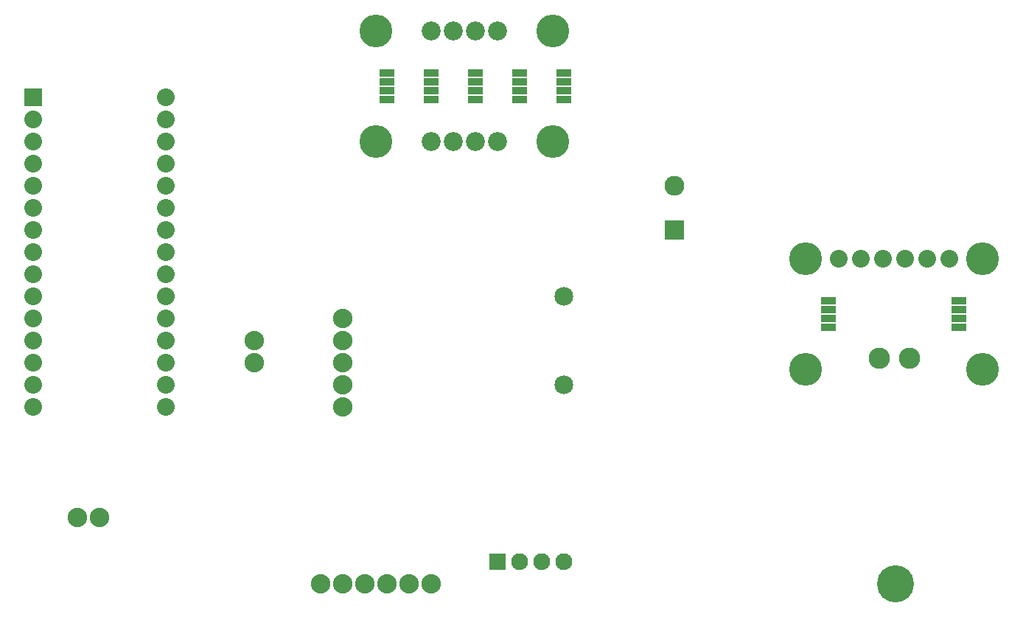
<source format=gbs>
G04 MADE WITH FRITZING*
G04 WWW.FRITZING.ORG*
G04 DOUBLE SIDED*
G04 HOLES PLATED*
G04 CONTOUR ON CENTER OF CONTOUR VECTOR*
%ASAXBY*%
%FSLAX23Y23*%
%MOIN*%
%OFA0B0*%
%SFA1.0B1.0*%
%ADD10C,0.088000*%
%ADD11C,0.085000*%
%ADD12C,0.090000*%
%ADD13C,0.080000*%
%ADD14C,0.148425*%
%ADD15C,0.096000*%
%ADD16C,0.086000*%
%ADD17C,0.167480*%
%ADD18C,0.076000*%
%ADD19R,0.089986X0.090000*%
%ADD20R,0.071024X0.033622*%
%ADD21R,0.076000X0.076000*%
%ADD22R,0.079972X0.080000*%
%LNMASK0*%
G90*
G70*
G54D10*
X1622Y1413D03*
X1622Y1313D03*
X1622Y1213D03*
X1622Y1113D03*
X1622Y1013D03*
X522Y513D03*
X422Y513D03*
X1222Y1313D03*
X1222Y1213D03*
X2022Y213D03*
X1922Y213D03*
X1822Y213D03*
X1722Y213D03*
X1622Y213D03*
X1522Y213D03*
G54D11*
X2622Y1113D03*
X2622Y1513D03*
G54D12*
X3122Y1813D03*
X3122Y2013D03*
G54D13*
X4065Y1683D03*
G54D14*
X3715Y1683D03*
G54D13*
X3865Y1683D03*
G54D14*
X3715Y1183D03*
G54D15*
X4048Y1233D03*
G54D13*
X3965Y1683D03*
G54D14*
X4515Y1183D03*
X4515Y1683D03*
G54D13*
X4365Y1683D03*
G54D15*
X4186Y1233D03*
G54D13*
X4265Y1683D03*
X4165Y1683D03*
G54D16*
X2322Y2213D03*
X2022Y2713D03*
G54D14*
X2572Y2713D03*
G54D16*
X2222Y2713D03*
X2122Y2213D03*
G54D14*
X2572Y2213D03*
G54D16*
X2322Y2713D03*
X2122Y2713D03*
X2022Y2213D03*
X2222Y2213D03*
G54D14*
X1772Y2713D03*
X1772Y2213D03*
G54D17*
X4122Y213D03*
G54D18*
X2622Y313D03*
X2322Y313D03*
X2422Y313D03*
X2522Y313D03*
G54D13*
X222Y2413D03*
X222Y2313D03*
X222Y2213D03*
X222Y2113D03*
X222Y2013D03*
X222Y1913D03*
X222Y1813D03*
X222Y1713D03*
X222Y1613D03*
X222Y1513D03*
X222Y1413D03*
X222Y1313D03*
X222Y1213D03*
X222Y1113D03*
X222Y1013D03*
X822Y2413D03*
X822Y2313D03*
X822Y2213D03*
X822Y2113D03*
X822Y2013D03*
X822Y1913D03*
X822Y1813D03*
X822Y1713D03*
X822Y1613D03*
X822Y1513D03*
X822Y1413D03*
X822Y1313D03*
X822Y1213D03*
X822Y1113D03*
X822Y1013D03*
G54D19*
X3122Y1813D03*
G54D20*
X3819Y1492D03*
X3819Y1452D03*
X3819Y1413D03*
X3819Y1373D03*
X4409Y1373D03*
X4409Y1413D03*
X4409Y1452D03*
X4409Y1492D03*
X2023Y2443D03*
X2223Y2443D03*
X2023Y2483D03*
X2023Y2522D03*
X2423Y2404D03*
X2223Y2522D03*
X2423Y2443D03*
X2423Y2483D03*
X2423Y2522D03*
X2623Y2404D03*
X2223Y2483D03*
X2623Y2443D03*
X2623Y2483D03*
X2623Y2522D03*
X1823Y2404D03*
X1823Y2443D03*
X1823Y2483D03*
X1823Y2522D03*
X2223Y2404D03*
X2023Y2404D03*
G54D21*
X2322Y313D03*
G54D22*
X222Y2413D03*
G04 End of Mask0*
M02*
</source>
